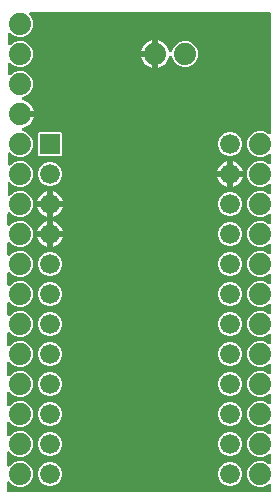
<source format=gbr>
G04 EAGLE Gerber RS-274X export*
G75*
%MOMM*%
%FSLAX34Y34*%
%LPD*%
%INBottom Copper*%
%IPPOS*%
%AMOC8*
5,1,8,0,0,1.08239X$1,22.5*%
G01*
%ADD10R,1.676400X1.676400*%
%ADD11C,1.676400*%
%ADD12C,1.879600*%

G36*
X223802Y10164D02*
X223802Y10164D01*
X223828Y10162D01*
X223975Y10184D01*
X224122Y10201D01*
X224147Y10209D01*
X224173Y10213D01*
X224311Y10268D01*
X224450Y10318D01*
X224472Y10332D01*
X224497Y10342D01*
X224618Y10427D01*
X224743Y10507D01*
X224761Y10526D01*
X224783Y10541D01*
X224882Y10651D01*
X224985Y10758D01*
X224999Y10780D01*
X225016Y10800D01*
X225088Y10930D01*
X225164Y11057D01*
X225172Y11082D01*
X225185Y11105D01*
X225225Y11248D01*
X225270Y11389D01*
X225272Y11415D01*
X225280Y11440D01*
X225299Y11684D01*
X225299Y15675D01*
X225288Y15775D01*
X225286Y15875D01*
X225268Y15947D01*
X225259Y16021D01*
X225226Y16116D01*
X225201Y16213D01*
X225167Y16279D01*
X225142Y16349D01*
X225087Y16433D01*
X225041Y16523D01*
X224993Y16579D01*
X224953Y16642D01*
X224881Y16712D01*
X224816Y16788D01*
X224756Y16832D01*
X224702Y16884D01*
X224616Y16936D01*
X224535Y16995D01*
X224467Y17025D01*
X224403Y17063D01*
X224308Y17093D01*
X224215Y17133D01*
X224142Y17147D01*
X224071Y17169D01*
X223971Y17177D01*
X223872Y17195D01*
X223798Y17191D01*
X223724Y17197D01*
X223624Y17182D01*
X223524Y17177D01*
X223453Y17156D01*
X223379Y17145D01*
X223286Y17108D01*
X223189Y17080D01*
X223124Y17044D01*
X223055Y17017D01*
X222973Y16959D01*
X222885Y16910D01*
X222809Y16845D01*
X222769Y16818D01*
X222745Y16791D01*
X222699Y16752D01*
X222087Y16140D01*
X218073Y14477D01*
X213727Y14477D01*
X209713Y16140D01*
X206640Y19213D01*
X204977Y23227D01*
X204977Y27573D01*
X206640Y31587D01*
X209713Y34660D01*
X213727Y36323D01*
X218073Y36323D01*
X222087Y34660D01*
X222699Y34048D01*
X222778Y33986D01*
X222850Y33916D01*
X222914Y33878D01*
X222972Y33832D01*
X223063Y33789D01*
X223149Y33737D01*
X223220Y33714D01*
X223287Y33683D01*
X223385Y33661D01*
X223481Y33631D01*
X223555Y33625D01*
X223628Y33609D01*
X223728Y33611D01*
X223828Y33603D01*
X223902Y33614D01*
X223976Y33615D01*
X224073Y33640D01*
X224173Y33655D01*
X224242Y33682D01*
X224314Y33700D01*
X224403Y33746D01*
X224497Y33783D01*
X224558Y33826D01*
X224624Y33860D01*
X224701Y33925D01*
X224783Y33982D01*
X224833Y34037D01*
X224889Y34086D01*
X224949Y34166D01*
X225016Y34241D01*
X225052Y34306D01*
X225097Y34366D01*
X225136Y34458D01*
X225185Y34546D01*
X225205Y34618D01*
X225235Y34686D01*
X225252Y34785D01*
X225280Y34881D01*
X225288Y34981D01*
X225296Y35029D01*
X225294Y35065D01*
X225299Y35125D01*
X225299Y41075D01*
X225288Y41175D01*
X225286Y41275D01*
X225268Y41347D01*
X225259Y41421D01*
X225226Y41516D01*
X225201Y41613D01*
X225167Y41679D01*
X225142Y41749D01*
X225087Y41833D01*
X225041Y41923D01*
X224993Y41979D01*
X224953Y42042D01*
X224881Y42112D01*
X224816Y42188D01*
X224756Y42232D01*
X224702Y42284D01*
X224616Y42336D01*
X224535Y42395D01*
X224467Y42425D01*
X224403Y42463D01*
X224308Y42493D01*
X224215Y42533D01*
X224142Y42547D01*
X224071Y42569D01*
X223971Y42577D01*
X223872Y42595D01*
X223798Y42591D01*
X223724Y42597D01*
X223624Y42582D01*
X223524Y42577D01*
X223453Y42556D01*
X223379Y42545D01*
X223286Y42508D01*
X223189Y42480D01*
X223124Y42444D01*
X223055Y42417D01*
X222973Y42359D01*
X222885Y42310D01*
X222809Y42245D01*
X222769Y42218D01*
X222745Y42191D01*
X222699Y42152D01*
X222087Y41540D01*
X218073Y39877D01*
X213727Y39877D01*
X209713Y41540D01*
X206640Y44613D01*
X204977Y48627D01*
X204977Y52973D01*
X206640Y56987D01*
X209713Y60060D01*
X213727Y61723D01*
X218073Y61723D01*
X222087Y60060D01*
X222699Y59448D01*
X222778Y59386D01*
X222850Y59316D01*
X222914Y59278D01*
X222972Y59232D01*
X223063Y59189D01*
X223149Y59137D01*
X223220Y59114D01*
X223287Y59083D01*
X223385Y59061D01*
X223481Y59031D01*
X223555Y59025D01*
X223628Y59009D01*
X223728Y59011D01*
X223828Y59003D01*
X223902Y59014D01*
X223976Y59015D01*
X224073Y59040D01*
X224173Y59055D01*
X224242Y59082D01*
X224314Y59100D01*
X224403Y59146D01*
X224497Y59183D01*
X224558Y59226D01*
X224624Y59260D01*
X224701Y59325D01*
X224783Y59382D01*
X224833Y59437D01*
X224889Y59486D01*
X224949Y59566D01*
X225016Y59641D01*
X225052Y59706D01*
X225097Y59766D01*
X225136Y59858D01*
X225185Y59946D01*
X225205Y60018D01*
X225235Y60086D01*
X225252Y60185D01*
X225280Y60281D01*
X225288Y60381D01*
X225296Y60429D01*
X225294Y60465D01*
X225299Y60525D01*
X225299Y66475D01*
X225288Y66575D01*
X225286Y66675D01*
X225268Y66747D01*
X225259Y66821D01*
X225226Y66916D01*
X225201Y67013D01*
X225167Y67079D01*
X225142Y67149D01*
X225087Y67233D01*
X225041Y67323D01*
X224993Y67379D01*
X224953Y67442D01*
X224881Y67512D01*
X224816Y67588D01*
X224756Y67632D01*
X224702Y67684D01*
X224616Y67736D01*
X224535Y67795D01*
X224467Y67825D01*
X224403Y67863D01*
X224308Y67893D01*
X224215Y67933D01*
X224142Y67947D01*
X224071Y67969D01*
X223971Y67977D01*
X223872Y67995D01*
X223798Y67991D01*
X223724Y67997D01*
X223624Y67982D01*
X223524Y67977D01*
X223453Y67956D01*
X223379Y67945D01*
X223286Y67908D01*
X223189Y67880D01*
X223124Y67844D01*
X223055Y67817D01*
X222973Y67759D01*
X222885Y67710D01*
X222809Y67645D01*
X222769Y67618D01*
X222745Y67591D01*
X222699Y67552D01*
X222087Y66940D01*
X218073Y65277D01*
X213727Y65277D01*
X209713Y66940D01*
X206640Y70013D01*
X204977Y74027D01*
X204977Y78373D01*
X206640Y82387D01*
X209713Y85460D01*
X213727Y87123D01*
X218073Y87123D01*
X222087Y85460D01*
X222699Y84848D01*
X222778Y84786D01*
X222850Y84716D01*
X222914Y84678D01*
X222972Y84632D01*
X223063Y84589D01*
X223149Y84537D01*
X223220Y84514D01*
X223287Y84483D01*
X223385Y84461D01*
X223481Y84431D01*
X223555Y84425D01*
X223628Y84409D01*
X223728Y84411D01*
X223828Y84403D01*
X223902Y84414D01*
X223976Y84415D01*
X224073Y84440D01*
X224173Y84455D01*
X224242Y84482D01*
X224314Y84500D01*
X224403Y84546D01*
X224497Y84583D01*
X224558Y84626D01*
X224624Y84660D01*
X224701Y84725D01*
X224783Y84782D01*
X224833Y84837D01*
X224889Y84886D01*
X224949Y84966D01*
X225016Y85041D01*
X225052Y85106D01*
X225097Y85166D01*
X225136Y85258D01*
X225185Y85346D01*
X225205Y85418D01*
X225235Y85486D01*
X225252Y85585D01*
X225280Y85681D01*
X225288Y85781D01*
X225296Y85829D01*
X225294Y85865D01*
X225299Y85925D01*
X225299Y91875D01*
X225288Y91975D01*
X225286Y92075D01*
X225268Y92147D01*
X225259Y92221D01*
X225226Y92316D01*
X225201Y92413D01*
X225167Y92479D01*
X225142Y92549D01*
X225087Y92633D01*
X225041Y92723D01*
X224993Y92779D01*
X224953Y92842D01*
X224881Y92912D01*
X224816Y92988D01*
X224756Y93032D01*
X224702Y93084D01*
X224616Y93136D01*
X224535Y93195D01*
X224467Y93225D01*
X224403Y93263D01*
X224308Y93293D01*
X224215Y93333D01*
X224142Y93347D01*
X224071Y93369D01*
X223971Y93377D01*
X223872Y93395D01*
X223798Y93391D01*
X223724Y93397D01*
X223624Y93382D01*
X223524Y93377D01*
X223453Y93356D01*
X223379Y93345D01*
X223286Y93308D01*
X223189Y93280D01*
X223124Y93244D01*
X223055Y93217D01*
X222973Y93159D01*
X222885Y93110D01*
X222809Y93045D01*
X222769Y93018D01*
X222745Y92991D01*
X222699Y92952D01*
X222087Y92340D01*
X218073Y90677D01*
X213727Y90677D01*
X209713Y92340D01*
X206640Y95413D01*
X204977Y99427D01*
X204977Y103773D01*
X206640Y107787D01*
X209713Y110860D01*
X213727Y112523D01*
X218073Y112523D01*
X222087Y110860D01*
X222699Y110248D01*
X222778Y110186D01*
X222850Y110116D01*
X222914Y110078D01*
X222972Y110032D01*
X223063Y109989D01*
X223149Y109937D01*
X223220Y109914D01*
X223287Y109883D01*
X223385Y109861D01*
X223481Y109831D01*
X223555Y109825D01*
X223628Y109809D01*
X223728Y109811D01*
X223828Y109803D01*
X223902Y109814D01*
X223976Y109815D01*
X224073Y109840D01*
X224173Y109855D01*
X224242Y109882D01*
X224314Y109900D01*
X224403Y109946D01*
X224497Y109983D01*
X224558Y110026D01*
X224624Y110060D01*
X224701Y110125D01*
X224783Y110182D01*
X224833Y110237D01*
X224889Y110286D01*
X224949Y110366D01*
X225016Y110441D01*
X225052Y110506D01*
X225097Y110566D01*
X225136Y110658D01*
X225185Y110746D01*
X225205Y110818D01*
X225235Y110886D01*
X225252Y110985D01*
X225280Y111081D01*
X225288Y111181D01*
X225296Y111229D01*
X225294Y111265D01*
X225299Y111325D01*
X225299Y117275D01*
X225288Y117375D01*
X225286Y117475D01*
X225268Y117547D01*
X225259Y117621D01*
X225226Y117716D01*
X225201Y117813D01*
X225167Y117879D01*
X225142Y117949D01*
X225087Y118033D01*
X225041Y118123D01*
X224993Y118179D01*
X224953Y118242D01*
X224881Y118312D01*
X224816Y118388D01*
X224756Y118432D01*
X224702Y118484D01*
X224616Y118536D01*
X224535Y118595D01*
X224467Y118625D01*
X224403Y118663D01*
X224308Y118693D01*
X224215Y118733D01*
X224142Y118747D01*
X224071Y118769D01*
X223971Y118777D01*
X223872Y118795D01*
X223798Y118791D01*
X223724Y118797D01*
X223624Y118782D01*
X223524Y118777D01*
X223453Y118756D01*
X223379Y118745D01*
X223286Y118708D01*
X223189Y118680D01*
X223124Y118644D01*
X223055Y118617D01*
X222973Y118559D01*
X222885Y118510D01*
X222809Y118445D01*
X222769Y118418D01*
X222745Y118391D01*
X222699Y118352D01*
X222087Y117740D01*
X218073Y116077D01*
X213727Y116077D01*
X209713Y117740D01*
X206640Y120813D01*
X204977Y124827D01*
X204977Y129173D01*
X206640Y133187D01*
X209713Y136260D01*
X213727Y137923D01*
X218073Y137923D01*
X222087Y136260D01*
X222699Y135648D01*
X222778Y135586D01*
X222850Y135516D01*
X222914Y135478D01*
X222972Y135432D01*
X223063Y135389D01*
X223149Y135337D01*
X223220Y135314D01*
X223287Y135283D01*
X223385Y135261D01*
X223481Y135231D01*
X223555Y135225D01*
X223628Y135209D01*
X223728Y135211D01*
X223828Y135203D01*
X223902Y135214D01*
X223976Y135215D01*
X224073Y135240D01*
X224173Y135255D01*
X224242Y135282D01*
X224314Y135300D01*
X224403Y135346D01*
X224497Y135383D01*
X224558Y135426D01*
X224624Y135460D01*
X224701Y135525D01*
X224783Y135582D01*
X224833Y135637D01*
X224889Y135686D01*
X224949Y135766D01*
X225016Y135841D01*
X225052Y135906D01*
X225097Y135966D01*
X225136Y136058D01*
X225185Y136146D01*
X225205Y136218D01*
X225235Y136286D01*
X225252Y136385D01*
X225280Y136481D01*
X225288Y136581D01*
X225296Y136629D01*
X225294Y136665D01*
X225299Y136725D01*
X225299Y142675D01*
X225288Y142775D01*
X225286Y142875D01*
X225268Y142947D01*
X225259Y143021D01*
X225226Y143116D01*
X225201Y143213D01*
X225167Y143279D01*
X225142Y143349D01*
X225087Y143433D01*
X225041Y143523D01*
X224993Y143579D01*
X224953Y143642D01*
X224881Y143712D01*
X224816Y143788D01*
X224756Y143832D01*
X224702Y143884D01*
X224616Y143936D01*
X224535Y143995D01*
X224467Y144025D01*
X224403Y144063D01*
X224308Y144093D01*
X224215Y144133D01*
X224142Y144147D01*
X224071Y144169D01*
X223971Y144177D01*
X223872Y144195D01*
X223798Y144191D01*
X223724Y144197D01*
X223624Y144182D01*
X223524Y144177D01*
X223453Y144156D01*
X223379Y144145D01*
X223286Y144108D01*
X223189Y144080D01*
X223124Y144044D01*
X223055Y144017D01*
X222973Y143959D01*
X222885Y143910D01*
X222809Y143845D01*
X222769Y143818D01*
X222745Y143791D01*
X222699Y143752D01*
X222087Y143140D01*
X218073Y141477D01*
X213727Y141477D01*
X209713Y143140D01*
X206640Y146213D01*
X204977Y150227D01*
X204977Y154573D01*
X206640Y158587D01*
X209713Y161660D01*
X213727Y163323D01*
X218073Y163323D01*
X222087Y161660D01*
X222699Y161048D01*
X222778Y160986D01*
X222850Y160916D01*
X222914Y160878D01*
X222972Y160832D01*
X223063Y160789D01*
X223149Y160737D01*
X223220Y160714D01*
X223287Y160683D01*
X223385Y160661D01*
X223481Y160631D01*
X223555Y160625D01*
X223628Y160609D01*
X223728Y160611D01*
X223828Y160603D01*
X223902Y160614D01*
X223976Y160615D01*
X224073Y160640D01*
X224173Y160655D01*
X224242Y160682D01*
X224314Y160700D01*
X224403Y160746D01*
X224497Y160783D01*
X224558Y160826D01*
X224624Y160860D01*
X224701Y160925D01*
X224783Y160982D01*
X224833Y161037D01*
X224889Y161086D01*
X224949Y161166D01*
X225016Y161241D01*
X225052Y161306D01*
X225097Y161366D01*
X225136Y161458D01*
X225185Y161546D01*
X225205Y161618D01*
X225235Y161686D01*
X225252Y161785D01*
X225280Y161881D01*
X225288Y161981D01*
X225296Y162029D01*
X225294Y162065D01*
X225299Y162125D01*
X225299Y168075D01*
X225288Y168175D01*
X225286Y168275D01*
X225268Y168347D01*
X225259Y168421D01*
X225226Y168516D01*
X225201Y168613D01*
X225167Y168679D01*
X225142Y168749D01*
X225087Y168833D01*
X225041Y168923D01*
X224993Y168979D01*
X224953Y169042D01*
X224881Y169112D01*
X224816Y169188D01*
X224756Y169232D01*
X224702Y169284D01*
X224616Y169336D01*
X224535Y169395D01*
X224467Y169425D01*
X224403Y169463D01*
X224308Y169493D01*
X224215Y169533D01*
X224142Y169547D01*
X224071Y169569D01*
X223971Y169577D01*
X223872Y169595D01*
X223798Y169591D01*
X223724Y169597D01*
X223624Y169582D01*
X223524Y169577D01*
X223453Y169556D01*
X223379Y169545D01*
X223286Y169508D01*
X223189Y169480D01*
X223124Y169444D01*
X223055Y169417D01*
X222973Y169359D01*
X222885Y169310D01*
X222809Y169245D01*
X222769Y169218D01*
X222745Y169191D01*
X222699Y169152D01*
X222087Y168540D01*
X218073Y166877D01*
X213727Y166877D01*
X209713Y168540D01*
X206640Y171613D01*
X204977Y175627D01*
X204977Y179973D01*
X206640Y183987D01*
X209713Y187060D01*
X213727Y188723D01*
X218073Y188723D01*
X222087Y187060D01*
X222699Y186448D01*
X222778Y186386D01*
X222850Y186316D01*
X222914Y186278D01*
X222972Y186232D01*
X223063Y186189D01*
X223149Y186137D01*
X223220Y186114D01*
X223287Y186083D01*
X223385Y186061D01*
X223481Y186031D01*
X223555Y186025D01*
X223628Y186009D01*
X223728Y186011D01*
X223828Y186003D01*
X223902Y186014D01*
X223976Y186015D01*
X224073Y186040D01*
X224173Y186055D01*
X224242Y186082D01*
X224314Y186100D01*
X224403Y186146D01*
X224497Y186183D01*
X224558Y186226D01*
X224624Y186260D01*
X224701Y186325D01*
X224783Y186382D01*
X224833Y186437D01*
X224889Y186486D01*
X224949Y186566D01*
X225016Y186641D01*
X225052Y186706D01*
X225097Y186766D01*
X225136Y186858D01*
X225185Y186946D01*
X225205Y187018D01*
X225235Y187086D01*
X225252Y187185D01*
X225280Y187281D01*
X225288Y187381D01*
X225296Y187429D01*
X225294Y187465D01*
X225299Y187525D01*
X225299Y193475D01*
X225288Y193575D01*
X225286Y193675D01*
X225268Y193747D01*
X225259Y193821D01*
X225226Y193916D01*
X225201Y194013D01*
X225167Y194079D01*
X225142Y194149D01*
X225087Y194233D01*
X225041Y194323D01*
X224993Y194379D01*
X224953Y194442D01*
X224881Y194512D01*
X224816Y194588D01*
X224756Y194632D01*
X224702Y194684D01*
X224616Y194736D01*
X224535Y194795D01*
X224467Y194825D01*
X224403Y194863D01*
X224308Y194893D01*
X224215Y194933D01*
X224142Y194947D01*
X224071Y194969D01*
X223971Y194977D01*
X223872Y194995D01*
X223798Y194991D01*
X223724Y194997D01*
X223624Y194982D01*
X223524Y194977D01*
X223453Y194956D01*
X223379Y194945D01*
X223286Y194908D01*
X223189Y194880D01*
X223124Y194844D01*
X223055Y194817D01*
X222973Y194759D01*
X222885Y194710D01*
X222809Y194645D01*
X222769Y194618D01*
X222745Y194591D01*
X222699Y194552D01*
X222087Y193940D01*
X218073Y192277D01*
X213727Y192277D01*
X209713Y193940D01*
X206640Y197013D01*
X204977Y201027D01*
X204977Y205373D01*
X206640Y209387D01*
X209713Y212460D01*
X213727Y214123D01*
X218073Y214123D01*
X222087Y212460D01*
X222699Y211848D01*
X222778Y211786D01*
X222850Y211716D01*
X222914Y211678D01*
X222972Y211632D01*
X223063Y211589D01*
X223149Y211537D01*
X223220Y211514D01*
X223287Y211483D01*
X223385Y211461D01*
X223481Y211431D01*
X223555Y211425D01*
X223628Y211409D01*
X223728Y211411D01*
X223828Y211403D01*
X223902Y211414D01*
X223976Y211415D01*
X224073Y211440D01*
X224173Y211455D01*
X224242Y211482D01*
X224314Y211500D01*
X224403Y211546D01*
X224497Y211583D01*
X224558Y211626D01*
X224624Y211660D01*
X224701Y211725D01*
X224783Y211782D01*
X224833Y211837D01*
X224889Y211886D01*
X224949Y211966D01*
X225016Y212041D01*
X225052Y212106D01*
X225097Y212166D01*
X225136Y212258D01*
X225185Y212346D01*
X225205Y212418D01*
X225235Y212486D01*
X225252Y212585D01*
X225280Y212681D01*
X225288Y212781D01*
X225296Y212829D01*
X225294Y212865D01*
X225299Y212925D01*
X225299Y218875D01*
X225298Y218889D01*
X225298Y218898D01*
X225291Y218950D01*
X225288Y218975D01*
X225286Y219075D01*
X225268Y219147D01*
X225259Y219221D01*
X225226Y219316D01*
X225201Y219413D01*
X225167Y219479D01*
X225142Y219549D01*
X225087Y219633D01*
X225041Y219723D01*
X224993Y219779D01*
X224953Y219842D01*
X224881Y219912D01*
X224816Y219988D01*
X224756Y220032D01*
X224702Y220084D01*
X224616Y220136D01*
X224535Y220195D01*
X224467Y220225D01*
X224403Y220263D01*
X224308Y220293D01*
X224215Y220333D01*
X224142Y220347D01*
X224071Y220369D01*
X223971Y220377D01*
X223872Y220395D01*
X223798Y220391D01*
X223724Y220397D01*
X223624Y220382D01*
X223524Y220377D01*
X223453Y220356D01*
X223379Y220345D01*
X223286Y220308D01*
X223189Y220280D01*
X223124Y220244D01*
X223055Y220217D01*
X222973Y220159D01*
X222885Y220110D01*
X222809Y220045D01*
X222769Y220018D01*
X222745Y219991D01*
X222699Y219952D01*
X222087Y219340D01*
X218073Y217677D01*
X213727Y217677D01*
X209713Y219340D01*
X206640Y222413D01*
X204977Y226427D01*
X204977Y230773D01*
X206640Y234787D01*
X209713Y237860D01*
X213727Y239523D01*
X218073Y239523D01*
X222087Y237860D01*
X222699Y237248D01*
X222778Y237186D01*
X222850Y237116D01*
X222914Y237078D01*
X222972Y237032D01*
X223063Y236989D01*
X223149Y236937D01*
X223220Y236914D01*
X223287Y236883D01*
X223385Y236861D01*
X223481Y236831D01*
X223555Y236825D01*
X223628Y236809D01*
X223728Y236811D01*
X223828Y236803D01*
X223902Y236814D01*
X223976Y236815D01*
X224073Y236840D01*
X224173Y236855D01*
X224242Y236882D01*
X224314Y236900D01*
X224403Y236946D01*
X224497Y236983D01*
X224558Y237026D01*
X224624Y237060D01*
X224701Y237125D01*
X224783Y237182D01*
X224833Y237237D01*
X224889Y237286D01*
X224949Y237366D01*
X225016Y237441D01*
X225052Y237506D01*
X225097Y237566D01*
X225136Y237658D01*
X225185Y237746D01*
X225205Y237818D01*
X225235Y237886D01*
X225252Y237985D01*
X225280Y238081D01*
X225288Y238181D01*
X225296Y238229D01*
X225294Y238265D01*
X225299Y238325D01*
X225299Y244275D01*
X225288Y244375D01*
X225286Y244475D01*
X225268Y244547D01*
X225259Y244621D01*
X225226Y244716D01*
X225201Y244813D01*
X225167Y244879D01*
X225142Y244949D01*
X225087Y245033D01*
X225041Y245123D01*
X224993Y245179D01*
X224953Y245242D01*
X224881Y245312D01*
X224816Y245388D01*
X224756Y245432D01*
X224702Y245484D01*
X224616Y245536D01*
X224535Y245595D01*
X224467Y245625D01*
X224403Y245663D01*
X224308Y245693D01*
X224215Y245733D01*
X224142Y245747D01*
X224071Y245769D01*
X223971Y245777D01*
X223872Y245795D01*
X223798Y245791D01*
X223724Y245797D01*
X223624Y245782D01*
X223524Y245777D01*
X223453Y245756D01*
X223379Y245745D01*
X223286Y245708D01*
X223189Y245680D01*
X223124Y245644D01*
X223055Y245617D01*
X222973Y245559D01*
X222885Y245510D01*
X222809Y245445D01*
X222769Y245418D01*
X222745Y245391D01*
X222699Y245352D01*
X222087Y244740D01*
X218073Y243077D01*
X213727Y243077D01*
X209713Y244740D01*
X206640Y247813D01*
X204977Y251827D01*
X204977Y256173D01*
X206640Y260187D01*
X209713Y263260D01*
X213727Y264923D01*
X218073Y264923D01*
X222087Y263260D01*
X222699Y262648D01*
X222778Y262586D01*
X222850Y262516D01*
X222914Y262478D01*
X222972Y262432D01*
X223063Y262389D01*
X223149Y262337D01*
X223220Y262314D01*
X223287Y262283D01*
X223385Y262261D01*
X223481Y262231D01*
X223555Y262225D01*
X223628Y262209D01*
X223728Y262211D01*
X223828Y262203D01*
X223902Y262214D01*
X223976Y262215D01*
X224073Y262240D01*
X224173Y262255D01*
X224242Y262282D01*
X224314Y262300D01*
X224403Y262346D01*
X224497Y262383D01*
X224558Y262426D01*
X224624Y262460D01*
X224701Y262525D01*
X224783Y262582D01*
X224833Y262637D01*
X224889Y262686D01*
X224949Y262766D01*
X225016Y262841D01*
X225052Y262906D01*
X225097Y262966D01*
X225136Y263058D01*
X225185Y263146D01*
X225205Y263218D01*
X225235Y263286D01*
X225252Y263385D01*
X225280Y263481D01*
X225288Y263581D01*
X225296Y263629D01*
X225294Y263665D01*
X225299Y263725D01*
X225299Y269675D01*
X225288Y269775D01*
X225286Y269875D01*
X225268Y269947D01*
X225259Y270021D01*
X225226Y270116D01*
X225201Y270213D01*
X225167Y270279D01*
X225142Y270349D01*
X225087Y270433D01*
X225041Y270523D01*
X224993Y270579D01*
X224953Y270642D01*
X224881Y270712D01*
X224816Y270788D01*
X224756Y270832D01*
X224702Y270884D01*
X224616Y270936D01*
X224535Y270995D01*
X224467Y271025D01*
X224403Y271063D01*
X224308Y271093D01*
X224215Y271133D01*
X224142Y271147D01*
X224071Y271169D01*
X223971Y271177D01*
X223872Y271195D01*
X223798Y271191D01*
X223724Y271197D01*
X223624Y271182D01*
X223524Y271177D01*
X223453Y271156D01*
X223379Y271145D01*
X223286Y271108D01*
X223189Y271080D01*
X223124Y271044D01*
X223055Y271017D01*
X222973Y270959D01*
X222885Y270910D01*
X222809Y270845D01*
X222769Y270818D01*
X222745Y270791D01*
X222699Y270752D01*
X222087Y270140D01*
X218073Y268477D01*
X213727Y268477D01*
X209713Y270140D01*
X206640Y273213D01*
X204977Y277227D01*
X204977Y281573D01*
X206640Y285587D01*
X209713Y288660D01*
X213727Y290323D01*
X218073Y290323D01*
X222087Y288660D01*
X222699Y288048D01*
X222778Y287986D01*
X222850Y287916D01*
X222914Y287878D01*
X222972Y287832D01*
X223063Y287789D01*
X223149Y287737D01*
X223220Y287714D01*
X223287Y287683D01*
X223385Y287661D01*
X223481Y287631D01*
X223555Y287625D01*
X223628Y287609D01*
X223728Y287611D01*
X223828Y287603D01*
X223902Y287614D01*
X223976Y287615D01*
X224073Y287640D01*
X224173Y287655D01*
X224242Y287682D01*
X224314Y287700D01*
X224403Y287746D01*
X224497Y287783D01*
X224558Y287826D01*
X224624Y287860D01*
X224701Y287925D01*
X224783Y287982D01*
X224833Y288037D01*
X224889Y288086D01*
X224949Y288166D01*
X225016Y288241D01*
X225052Y288306D01*
X225097Y288366D01*
X225136Y288458D01*
X225185Y288546D01*
X225205Y288618D01*
X225235Y288686D01*
X225252Y288785D01*
X225280Y288881D01*
X225288Y288981D01*
X225296Y289029D01*
X225294Y289065D01*
X225299Y289125D01*
X225299Y295075D01*
X225288Y295175D01*
X225286Y295275D01*
X225268Y295347D01*
X225259Y295421D01*
X225226Y295516D01*
X225201Y295613D01*
X225167Y295679D01*
X225142Y295749D01*
X225087Y295833D01*
X225041Y295923D01*
X224993Y295979D01*
X224953Y296042D01*
X224881Y296112D01*
X224816Y296188D01*
X224756Y296232D01*
X224702Y296284D01*
X224616Y296336D01*
X224535Y296395D01*
X224467Y296425D01*
X224403Y296463D01*
X224308Y296493D01*
X224215Y296533D01*
X224142Y296547D01*
X224071Y296569D01*
X223971Y296577D01*
X223872Y296595D01*
X223798Y296591D01*
X223724Y296597D01*
X223624Y296582D01*
X223524Y296577D01*
X223453Y296556D01*
X223379Y296545D01*
X223286Y296508D01*
X223189Y296480D01*
X223124Y296444D01*
X223055Y296417D01*
X222973Y296359D01*
X222885Y296310D01*
X222809Y296245D01*
X222769Y296218D01*
X222745Y296191D01*
X222699Y296152D01*
X222087Y295540D01*
X218073Y293877D01*
X213727Y293877D01*
X209713Y295540D01*
X206640Y298613D01*
X204977Y302627D01*
X204977Y306973D01*
X206640Y310987D01*
X209713Y314060D01*
X213727Y315723D01*
X218073Y315723D01*
X222087Y314060D01*
X222699Y313448D01*
X222778Y313386D01*
X222850Y313316D01*
X222914Y313278D01*
X222972Y313232D01*
X223063Y313189D01*
X223149Y313137D01*
X223220Y313114D01*
X223287Y313083D01*
X223385Y313061D01*
X223481Y313031D01*
X223555Y313025D01*
X223628Y313009D01*
X223728Y313011D01*
X223828Y313003D01*
X223902Y313014D01*
X223976Y313015D01*
X224073Y313040D01*
X224173Y313055D01*
X224242Y313082D01*
X224314Y313100D01*
X224403Y313146D01*
X224497Y313183D01*
X224558Y313226D01*
X224624Y313260D01*
X224701Y313325D01*
X224783Y313382D01*
X224833Y313437D01*
X224889Y313486D01*
X224949Y313566D01*
X225016Y313641D01*
X225052Y313706D01*
X225097Y313766D01*
X225136Y313858D01*
X225185Y313946D01*
X225205Y314018D01*
X225235Y314086D01*
X225252Y314185D01*
X225280Y314281D01*
X225288Y314381D01*
X225296Y314429D01*
X225294Y314465D01*
X225299Y314525D01*
X225299Y414936D01*
X225296Y414962D01*
X225298Y414988D01*
X225276Y415135D01*
X225259Y415282D01*
X225251Y415307D01*
X225247Y415333D01*
X225192Y415471D01*
X225142Y415610D01*
X225128Y415632D01*
X225118Y415657D01*
X225033Y415778D01*
X224953Y415903D01*
X224934Y415921D01*
X224919Y415943D01*
X224809Y416042D01*
X224702Y416145D01*
X224680Y416159D01*
X224660Y416176D01*
X224530Y416248D01*
X224403Y416324D01*
X224378Y416332D01*
X224355Y416345D01*
X224212Y416385D01*
X224071Y416430D01*
X224045Y416432D01*
X224020Y416440D01*
X223776Y416459D01*
X21765Y416459D01*
X21665Y416448D01*
X21565Y416446D01*
X21493Y416428D01*
X21419Y416419D01*
X21325Y416386D01*
X21227Y416361D01*
X21161Y416327D01*
X21091Y416302D01*
X21007Y416247D01*
X20917Y416201D01*
X20861Y416153D01*
X20798Y416113D01*
X20728Y416041D01*
X20652Y415976D01*
X20608Y415916D01*
X20556Y415862D01*
X20504Y415776D01*
X20445Y415695D01*
X20415Y415627D01*
X20377Y415563D01*
X20346Y415467D01*
X20307Y415375D01*
X20294Y415302D01*
X20271Y415231D01*
X20263Y415131D01*
X20245Y415032D01*
X20249Y414958D01*
X20243Y414884D01*
X20258Y414784D01*
X20263Y414684D01*
X20284Y414613D01*
X20295Y414539D01*
X20332Y414446D01*
X20359Y414349D01*
X20396Y414284D01*
X20423Y414215D01*
X20481Y414133D01*
X20530Y414045D01*
X20595Y413969D01*
X20622Y413929D01*
X20649Y413905D01*
X20688Y413859D01*
X21960Y412587D01*
X23623Y408573D01*
X23623Y404227D01*
X21960Y400213D01*
X18887Y397140D01*
X14873Y395477D01*
X10527Y395477D01*
X6513Y397140D01*
X5054Y398598D01*
X4978Y398659D01*
X4907Y398728D01*
X4842Y398767D01*
X4781Y398815D01*
X4693Y398857D01*
X4609Y398908D01*
X4536Y398931D01*
X4466Y398964D01*
X4371Y398985D01*
X4277Y399015D01*
X4200Y399021D01*
X4126Y399037D01*
X4028Y399036D01*
X3930Y399044D01*
X3854Y399033D01*
X3777Y399031D01*
X3682Y399007D01*
X3585Y398993D01*
X3514Y398965D01*
X3439Y398946D01*
X3352Y398901D01*
X3261Y398865D01*
X3198Y398822D01*
X3129Y398787D01*
X3055Y398723D01*
X2974Y398667D01*
X2922Y398611D01*
X2864Y398561D01*
X2806Y398482D01*
X2740Y398409D01*
X2702Y398342D01*
X2657Y398281D01*
X2618Y398191D01*
X2570Y398105D01*
X2549Y398031D01*
X2519Y397961D01*
X2501Y397864D01*
X2475Y397770D01*
X2466Y397666D01*
X2457Y397618D01*
X2459Y397583D01*
X2454Y397526D01*
X2431Y389860D01*
X2443Y389758D01*
X2445Y389656D01*
X2462Y389586D01*
X2470Y389514D01*
X2505Y389417D01*
X2530Y389318D01*
X2563Y389254D01*
X2587Y389186D01*
X2642Y389099D01*
X2689Y389008D01*
X2736Y388953D01*
X2775Y388892D01*
X2848Y388821D01*
X2915Y388742D01*
X2973Y388700D01*
X3025Y388649D01*
X3113Y388596D01*
X3195Y388535D01*
X3261Y388507D01*
X3323Y388470D01*
X3421Y388438D01*
X3515Y388397D01*
X3586Y388385D01*
X3655Y388362D01*
X3757Y388354D01*
X3858Y388336D01*
X3930Y388339D01*
X4002Y388333D01*
X4104Y388348D01*
X4206Y388354D01*
X4276Y388374D01*
X4347Y388384D01*
X4443Y388422D01*
X4541Y388450D01*
X4604Y388485D01*
X4671Y388512D01*
X4756Y388570D01*
X4845Y388620D01*
X4919Y388683D01*
X4958Y388710D01*
X4983Y388737D01*
X5032Y388779D01*
X6513Y390260D01*
X10527Y391923D01*
X14873Y391923D01*
X18887Y390260D01*
X21960Y387187D01*
X23623Y383173D01*
X23623Y378827D01*
X21960Y374813D01*
X18887Y371740D01*
X14873Y370077D01*
X10527Y370077D01*
X6513Y371740D01*
X4979Y373274D01*
X4902Y373335D01*
X4832Y373403D01*
X4766Y373443D01*
X4706Y373490D01*
X4617Y373532D01*
X4533Y373583D01*
X4460Y373607D01*
X4391Y373639D01*
X4295Y373660D01*
X4202Y373690D01*
X4125Y373697D01*
X4050Y373713D01*
X3952Y373711D01*
X3854Y373719D01*
X3778Y373708D01*
X3702Y373707D01*
X3607Y373683D01*
X3510Y373669D01*
X3438Y373640D01*
X3364Y373622D01*
X3277Y373577D01*
X3185Y373541D01*
X3122Y373497D01*
X3054Y373462D01*
X2979Y373399D01*
X2899Y373343D01*
X2847Y373286D01*
X2789Y373236D01*
X2730Y373157D01*
X2664Y373085D01*
X2627Y373018D01*
X2581Y372956D01*
X2543Y372866D01*
X2495Y372780D01*
X2474Y372706D01*
X2443Y372636D01*
X2426Y372539D01*
X2399Y372445D01*
X2390Y372341D01*
X2382Y372293D01*
X2384Y372259D01*
X2379Y372201D01*
X2355Y364385D01*
X2367Y364282D01*
X2369Y364180D01*
X2386Y364110D01*
X2394Y364038D01*
X2429Y363941D01*
X2454Y363842D01*
X2487Y363778D01*
X2511Y363710D01*
X2566Y363623D01*
X2613Y363532D01*
X2660Y363477D01*
X2699Y363416D01*
X2773Y363345D01*
X2839Y363267D01*
X2897Y363224D01*
X2949Y363173D01*
X3037Y363121D01*
X3119Y363059D01*
X3186Y363031D01*
X3247Y362994D01*
X3345Y362962D01*
X3439Y362921D01*
X3510Y362909D01*
X3579Y362887D01*
X3681Y362878D01*
X3782Y362860D01*
X3855Y362864D01*
X3926Y362858D01*
X4028Y362872D01*
X4131Y362878D01*
X4200Y362898D01*
X4271Y362908D01*
X4367Y362946D01*
X4465Y362974D01*
X4528Y363009D01*
X4595Y363036D01*
X4680Y363094D01*
X4770Y363144D01*
X4843Y363207D01*
X4882Y363234D01*
X4907Y363261D01*
X4956Y363303D01*
X6513Y364860D01*
X10527Y366523D01*
X14873Y366523D01*
X18887Y364860D01*
X21960Y361787D01*
X23623Y357773D01*
X23623Y353427D01*
X21960Y349413D01*
X18887Y346340D01*
X15088Y344767D01*
X14996Y344715D01*
X14900Y344673D01*
X14844Y344631D01*
X14784Y344597D01*
X14706Y344526D01*
X14622Y344463D01*
X14577Y344410D01*
X14525Y344363D01*
X14465Y344276D01*
X14398Y344196D01*
X14367Y344134D01*
X14327Y344076D01*
X14289Y343978D01*
X14241Y343885D01*
X14225Y343817D01*
X14199Y343752D01*
X14184Y343648D01*
X14159Y343546D01*
X14159Y343476D01*
X14149Y343407D01*
X14157Y343302D01*
X14156Y343197D01*
X14172Y343129D01*
X14177Y343060D01*
X14210Y342960D01*
X14233Y342857D01*
X14263Y342795D01*
X14285Y342728D01*
X14339Y342638D01*
X14385Y342544D01*
X14428Y342489D01*
X14464Y342430D01*
X14538Y342354D01*
X14604Y342273D01*
X14658Y342230D01*
X14707Y342180D01*
X14796Y342123D01*
X14879Y342058D01*
X14942Y342029D01*
X15000Y341992D01*
X15099Y341956D01*
X15195Y341912D01*
X15285Y341890D01*
X15329Y341875D01*
X15367Y341871D01*
X15433Y341855D01*
X15496Y341845D01*
X17283Y341264D01*
X18958Y340411D01*
X20478Y339306D01*
X21806Y337978D01*
X22911Y336457D01*
X23764Y334783D01*
X24345Y332996D01*
X24385Y332739D01*
X13716Y332739D01*
X13690Y332736D01*
X13664Y332738D01*
X13517Y332716D01*
X13370Y332699D01*
X13345Y332691D01*
X13319Y332687D01*
X13182Y332632D01*
X13042Y332582D01*
X13020Y332568D01*
X12995Y332558D01*
X12874Y332473D01*
X12749Y332393D01*
X12731Y332374D01*
X12709Y332359D01*
X12610Y332249D01*
X12507Y332142D01*
X12493Y332120D01*
X12476Y332100D01*
X12404Y331970D01*
X12328Y331843D01*
X12320Y331818D01*
X12307Y331795D01*
X12267Y331652D01*
X12222Y331511D01*
X12220Y331485D01*
X12213Y331460D01*
X12193Y331216D01*
X12193Y329184D01*
X12196Y329158D01*
X12194Y329132D01*
X12216Y328985D01*
X12233Y328838D01*
X12242Y328813D01*
X12246Y328787D01*
X12300Y328649D01*
X12350Y328510D01*
X12365Y328488D01*
X12374Y328463D01*
X12459Y328342D01*
X12539Y328217D01*
X12558Y328199D01*
X12573Y328177D01*
X12683Y328078D01*
X12790Y327975D01*
X12813Y327961D01*
X12832Y327944D01*
X12962Y327872D01*
X13089Y327796D01*
X13114Y327788D01*
X13137Y327775D01*
X13280Y327735D01*
X13421Y327690D01*
X13447Y327687D01*
X13472Y327680D01*
X13716Y327661D01*
X24385Y327661D01*
X24345Y327404D01*
X23764Y325617D01*
X22911Y323943D01*
X21806Y322422D01*
X20478Y321094D01*
X18957Y319989D01*
X17283Y319136D01*
X15496Y318555D01*
X15433Y318545D01*
X15331Y318517D01*
X15228Y318498D01*
X15164Y318470D01*
X15097Y318452D01*
X15005Y318401D01*
X14908Y318359D01*
X14852Y318318D01*
X14791Y318284D01*
X14713Y318214D01*
X14629Y318151D01*
X14584Y318098D01*
X14532Y318052D01*
X14471Y317966D01*
X14403Y317885D01*
X14372Y317823D01*
X14332Y317766D01*
X14293Y317669D01*
X14245Y317575D01*
X14228Y317508D01*
X14202Y317443D01*
X14186Y317339D01*
X14160Y317237D01*
X14159Y317167D01*
X14149Y317099D01*
X14157Y316994D01*
X14155Y316888D01*
X14170Y316820D01*
X14176Y316751D01*
X14207Y316651D01*
X14230Y316548D01*
X14260Y316485D01*
X14281Y316419D01*
X14334Y316328D01*
X14379Y316233D01*
X14423Y316179D01*
X14458Y316119D01*
X14531Y316043D01*
X14597Y315961D01*
X14651Y315918D01*
X14700Y315867D01*
X14788Y315810D01*
X14870Y315745D01*
X14953Y315703D01*
X14992Y315677D01*
X15028Y315664D01*
X15088Y315633D01*
X18887Y314060D01*
X21960Y310987D01*
X23623Y306973D01*
X23623Y302627D01*
X21960Y298613D01*
X18887Y295540D01*
X14873Y293877D01*
X10527Y293877D01*
X6513Y295540D01*
X4753Y297300D01*
X4676Y297361D01*
X4606Y297429D01*
X4540Y297469D01*
X4480Y297517D01*
X4391Y297559D01*
X4307Y297609D01*
X4234Y297633D01*
X4165Y297666D01*
X4069Y297686D01*
X3975Y297716D01*
X3899Y297723D01*
X3824Y297739D01*
X3726Y297737D01*
X3628Y297745D01*
X3552Y297734D01*
X3476Y297733D01*
X3381Y297709D01*
X3283Y297695D01*
X3212Y297667D01*
X3138Y297648D01*
X3051Y297603D01*
X2959Y297567D01*
X2896Y297523D01*
X2828Y297488D01*
X2753Y297425D01*
X2672Y297369D01*
X2621Y297312D01*
X2562Y297262D01*
X2504Y297184D01*
X2438Y297111D01*
X2401Y297044D01*
X2355Y296982D01*
X2316Y296892D01*
X2269Y296806D01*
X2248Y296732D01*
X2217Y296662D01*
X2200Y296566D01*
X2173Y296471D01*
X2164Y296367D01*
X2156Y296319D01*
X2157Y296285D01*
X2153Y296227D01*
X2128Y287957D01*
X2139Y287855D01*
X2141Y287752D01*
X2159Y287682D01*
X2167Y287611D01*
X2201Y287514D01*
X2226Y287414D01*
X2259Y287350D01*
X2283Y287282D01*
X2339Y287196D01*
X2386Y287105D01*
X2433Y287050D01*
X2472Y286989D01*
X2545Y286917D01*
X2612Y286839D01*
X2670Y286796D01*
X2721Y286746D01*
X2809Y286693D01*
X2892Y286632D01*
X2958Y286603D01*
X3020Y286566D01*
X3118Y286535D01*
X3212Y286494D01*
X3283Y286481D01*
X3352Y286459D01*
X3454Y286450D01*
X3555Y286432D01*
X3627Y286436D01*
X3699Y286430D01*
X3800Y286445D01*
X3903Y286450D01*
X3972Y286470D01*
X4044Y286481D01*
X4139Y286518D01*
X4238Y286547D01*
X4301Y286582D01*
X4368Y286608D01*
X4452Y286667D01*
X4542Y286717D01*
X4616Y286780D01*
X4655Y286806D01*
X4680Y286834D01*
X4728Y286875D01*
X6513Y288660D01*
X10527Y290323D01*
X14873Y290323D01*
X18887Y288660D01*
X21960Y285587D01*
X23623Y281573D01*
X23623Y277227D01*
X21960Y273213D01*
X18887Y270140D01*
X14873Y268477D01*
X10527Y268477D01*
X6513Y270140D01*
X4678Y271975D01*
X4601Y272036D01*
X4530Y272105D01*
X4465Y272144D01*
X4405Y272192D01*
X4316Y272234D01*
X4232Y272285D01*
X4159Y272308D01*
X4089Y272341D01*
X3994Y272362D01*
X3900Y272392D01*
X3824Y272398D01*
X3749Y272414D01*
X3651Y272413D01*
X3553Y272421D01*
X3477Y272410D01*
X3400Y272408D01*
X3305Y272384D01*
X3208Y272370D01*
X3137Y272342D01*
X3062Y272323D01*
X2975Y272278D01*
X2884Y272242D01*
X2821Y272199D01*
X2752Y272164D01*
X2678Y272100D01*
X2597Y272044D01*
X2546Y271988D01*
X2487Y271938D01*
X2429Y271859D01*
X2363Y271786D01*
X2326Y271719D01*
X2280Y271658D01*
X2241Y271567D01*
X2193Y271482D01*
X2172Y271408D01*
X2142Y271338D01*
X2125Y271241D01*
X2098Y271147D01*
X2089Y271043D01*
X2080Y270995D01*
X2082Y270960D01*
X2077Y270903D01*
X2052Y262481D01*
X2064Y262379D01*
X2065Y262276D01*
X2083Y262207D01*
X2091Y262135D01*
X2125Y262038D01*
X2150Y261938D01*
X2183Y261874D01*
X2208Y261806D01*
X2263Y261720D01*
X2310Y261629D01*
X2357Y261574D01*
X2396Y261513D01*
X2469Y261441D01*
X2536Y261363D01*
X2594Y261320D01*
X2646Y261270D01*
X2734Y261217D01*
X2816Y261156D01*
X2882Y261128D01*
X2944Y261090D01*
X3042Y261059D01*
X3136Y261018D01*
X3207Y261005D01*
X3276Y260983D01*
X3378Y260975D01*
X3479Y260956D01*
X3551Y260960D01*
X3623Y260954D01*
X3725Y260969D01*
X3827Y260974D01*
X3897Y260994D01*
X3968Y261005D01*
X4063Y261042D01*
X4162Y261071D01*
X4225Y261106D01*
X4292Y261133D01*
X4377Y261191D01*
X4466Y261241D01*
X4540Y261304D01*
X4579Y261331D01*
X4604Y261358D01*
X4652Y261400D01*
X6513Y263260D01*
X10527Y264923D01*
X14873Y264923D01*
X18887Y263260D01*
X21960Y260187D01*
X23623Y256173D01*
X23623Y251827D01*
X21960Y247813D01*
X18887Y244740D01*
X14873Y243077D01*
X10527Y243077D01*
X6513Y244740D01*
X4602Y246651D01*
X4525Y246712D01*
X4455Y246780D01*
X4389Y246820D01*
X4329Y246867D01*
X4240Y246909D01*
X4156Y246960D01*
X4083Y246984D01*
X4014Y247016D01*
X3918Y247037D01*
X3825Y247067D01*
X3748Y247074D01*
X3673Y247090D01*
X3575Y247088D01*
X3477Y247096D01*
X3402Y247085D01*
X3325Y247084D01*
X3230Y247060D01*
X3133Y247045D01*
X3061Y247017D01*
X2987Y246999D01*
X2900Y246954D01*
X2808Y246918D01*
X2745Y246874D01*
X2677Y246839D01*
X2602Y246776D01*
X2522Y246720D01*
X2470Y246663D01*
X2412Y246613D01*
X2353Y246534D01*
X2287Y246462D01*
X2250Y246395D01*
X2205Y246333D01*
X2166Y246243D01*
X2118Y246157D01*
X2097Y246083D01*
X2067Y246013D01*
X2049Y245916D01*
X2022Y245822D01*
X2014Y245718D01*
X2005Y245670D01*
X2007Y245636D01*
X2002Y245578D01*
X1976Y237005D01*
X1988Y236903D01*
X1990Y236801D01*
X2007Y236731D01*
X2015Y236659D01*
X2049Y236562D01*
X2075Y236463D01*
X2108Y236399D01*
X2132Y236331D01*
X2187Y236244D01*
X2234Y236153D01*
X2281Y236098D01*
X2320Y236037D01*
X2394Y235965D01*
X2460Y235887D01*
X2518Y235845D01*
X2570Y235794D01*
X2658Y235741D01*
X2740Y235680D01*
X2807Y235652D01*
X2868Y235615D01*
X2966Y235583D01*
X3060Y235542D01*
X3131Y235530D01*
X3200Y235507D01*
X3302Y235499D01*
X3403Y235481D01*
X3475Y235484D01*
X3547Y235478D01*
X3649Y235493D01*
X3751Y235499D01*
X3821Y235518D01*
X3892Y235529D01*
X3987Y235567D01*
X4086Y235595D01*
X4149Y235630D01*
X4216Y235657D01*
X4301Y235715D01*
X4390Y235765D01*
X4464Y235828D01*
X4503Y235855D01*
X4528Y235882D01*
X4577Y235924D01*
X6513Y237860D01*
X10527Y239523D01*
X14873Y239523D01*
X18887Y237860D01*
X21960Y234787D01*
X23623Y230773D01*
X23623Y226427D01*
X21960Y222413D01*
X18887Y219340D01*
X14873Y217677D01*
X10527Y217677D01*
X6513Y219340D01*
X4527Y221326D01*
X4450Y221387D01*
X4379Y221456D01*
X4314Y221495D01*
X4254Y221543D01*
X4165Y221585D01*
X4081Y221635D01*
X4008Y221659D01*
X3939Y221692D01*
X3843Y221712D01*
X3749Y221743D01*
X3673Y221749D01*
X3598Y221765D01*
X3500Y221763D01*
X3402Y221772D01*
X3326Y221760D01*
X3250Y221759D01*
X3154Y221735D01*
X3057Y221721D01*
X2986Y221693D01*
X2912Y221674D01*
X2824Y221629D01*
X2733Y221593D01*
X2670Y221550D01*
X2602Y221514D01*
X2527Y221451D01*
X2446Y221395D01*
X2395Y221338D01*
X2336Y221289D01*
X2278Y221210D01*
X2212Y221137D01*
X2175Y221070D01*
X2129Y221008D01*
X2090Y220918D01*
X2043Y220832D01*
X2021Y220759D01*
X1991Y220688D01*
X1974Y220592D01*
X1947Y220497D01*
X1938Y220393D01*
X1929Y220345D01*
X1931Y220311D01*
X1926Y220254D01*
X1900Y211530D01*
X1912Y211427D01*
X1914Y211325D01*
X1931Y211255D01*
X1939Y211183D01*
X1974Y211086D01*
X1999Y210987D01*
X2032Y210923D01*
X2056Y210855D01*
X2111Y210768D01*
X2158Y210677D01*
X2205Y210622D01*
X2244Y210561D01*
X2318Y210490D01*
X2384Y210412D01*
X2442Y210369D01*
X2494Y210318D01*
X2582Y210266D01*
X2664Y210204D01*
X2731Y210176D01*
X2792Y210139D01*
X2890Y210107D01*
X2984Y210066D01*
X3055Y210054D01*
X3124Y210031D01*
X3226Y210023D01*
X3327Y210005D01*
X3400Y210008D01*
X3471Y210002D01*
X3573Y210017D01*
X3676Y210023D01*
X3745Y210043D01*
X3816Y210053D01*
X3912Y210091D01*
X4010Y210119D01*
X4073Y210154D01*
X4140Y210181D01*
X4225Y210239D01*
X4315Y210289D01*
X4388Y210352D01*
X4427Y210379D01*
X4452Y210406D01*
X4501Y210448D01*
X6513Y212460D01*
X10527Y214123D01*
X14873Y214123D01*
X18887Y212460D01*
X21960Y209387D01*
X23623Y205373D01*
X23623Y201027D01*
X21960Y197013D01*
X18887Y193940D01*
X14873Y192277D01*
X10527Y192277D01*
X6513Y193940D01*
X4451Y196002D01*
X4375Y196063D01*
X4304Y196131D01*
X4238Y196171D01*
X4178Y196218D01*
X4090Y196260D01*
X4006Y196311D01*
X3933Y196334D01*
X3863Y196367D01*
X3767Y196388D01*
X3674Y196418D01*
X3597Y196424D01*
X3523Y196440D01*
X3425Y196439D01*
X3327Y196447D01*
X3251Y196436D01*
X3174Y196434D01*
X3079Y196411D01*
X2982Y196396D01*
X2911Y196368D01*
X2836Y196349D01*
X2749Y196305D01*
X2658Y196269D01*
X2594Y196225D01*
X2526Y196190D01*
X2452Y196126D01*
X2371Y196070D01*
X2319Y196014D01*
X2261Y195964D01*
X2203Y195885D01*
X2137Y195812D01*
X2099Y195745D01*
X2054Y195684D01*
X2015Y195594D01*
X1967Y195508D01*
X1946Y195434D01*
X1916Y195364D01*
X1898Y195267D01*
X1871Y195173D01*
X1863Y195069D01*
X1854Y195021D01*
X1856Y194986D01*
X1851Y194929D01*
X1825Y186054D01*
X1836Y185951D01*
X1838Y185849D01*
X1855Y185779D01*
X1863Y185707D01*
X1898Y185611D01*
X1923Y185511D01*
X1956Y185447D01*
X1980Y185379D01*
X2035Y185292D01*
X2082Y185201D01*
X2129Y185146D01*
X2168Y185086D01*
X2242Y185014D01*
X2308Y184936D01*
X2366Y184893D01*
X2418Y184843D01*
X2506Y184790D01*
X2589Y184729D01*
X2655Y184700D01*
X2717Y184663D01*
X2814Y184631D01*
X2909Y184591D01*
X2980Y184578D01*
X3048Y184556D01*
X3151Y184547D01*
X3252Y184529D01*
X3324Y184533D01*
X3396Y184527D01*
X3497Y184542D01*
X3600Y184547D01*
X3669Y184567D01*
X3740Y184577D01*
X3836Y184615D01*
X3935Y184643D01*
X3997Y184679D01*
X4065Y184705D01*
X4149Y184763D01*
X4239Y184814D01*
X4312Y184876D01*
X4351Y184903D01*
X4376Y184931D01*
X4425Y184972D01*
X6513Y187060D01*
X10527Y188723D01*
X14873Y188723D01*
X18887Y187060D01*
X21960Y183987D01*
X23623Y179973D01*
X23623Y175627D01*
X21960Y171613D01*
X18887Y168540D01*
X14873Y166877D01*
X10527Y166877D01*
X6513Y168540D01*
X4376Y170677D01*
X4299Y170738D01*
X4229Y170806D01*
X4163Y170846D01*
X4103Y170894D01*
X4014Y170935D01*
X3930Y170986D01*
X3857Y171010D01*
X3788Y171042D01*
X3692Y171063D01*
X3599Y171093D01*
X3522Y171100D01*
X3447Y171116D01*
X3349Y171114D01*
X3251Y171122D01*
X3175Y171111D01*
X3099Y171110D01*
X3004Y171086D01*
X2906Y171072D01*
X2835Y171044D01*
X2761Y171025D01*
X2673Y170980D01*
X2582Y170944D01*
X2519Y170900D01*
X2451Y170865D01*
X2376Y170802D01*
X2295Y170746D01*
X2244Y170689D01*
X2186Y170639D01*
X2127Y170560D01*
X2061Y170488D01*
X2024Y170421D01*
X1978Y170359D01*
X1939Y170269D01*
X1892Y170183D01*
X1871Y170109D01*
X1840Y170039D01*
X1823Y169942D01*
X1796Y169848D01*
X1787Y169744D01*
X1779Y169696D01*
X1780Y169662D01*
X1776Y169604D01*
X1749Y160578D01*
X1760Y160476D01*
X1762Y160373D01*
X1780Y160303D01*
X1788Y160231D01*
X1822Y160135D01*
X1847Y160035D01*
X1880Y159971D01*
X1904Y159903D01*
X1960Y159817D01*
X2007Y159725D01*
X2053Y159670D01*
X2092Y159610D01*
X2166Y159538D01*
X2233Y159460D01*
X2290Y159417D01*
X2342Y159367D01*
X2430Y159314D01*
X2513Y159253D01*
X2579Y159224D01*
X2641Y159187D01*
X2739Y159155D01*
X2833Y159115D01*
X2904Y159102D01*
X2972Y159080D01*
X3075Y159071D01*
X3176Y159053D01*
X3248Y159057D01*
X3320Y159051D01*
X3421Y159066D01*
X3524Y159071D01*
X3593Y159091D01*
X3665Y159101D01*
X3760Y159139D01*
X3859Y159168D01*
X3922Y159203D01*
X3989Y159229D01*
X4073Y159288D01*
X4163Y159338D01*
X4236Y159400D01*
X4276Y159427D01*
X4301Y159455D01*
X4349Y159496D01*
X6513Y161660D01*
X10527Y163323D01*
X14873Y163323D01*
X18887Y161660D01*
X21960Y158587D01*
X23623Y154573D01*
X23623Y150227D01*
X21960Y146213D01*
X18887Y143140D01*
X14873Y141477D01*
X10527Y141477D01*
X6513Y143140D01*
X4301Y145352D01*
X4224Y145413D01*
X4153Y145482D01*
X4088Y145521D01*
X4028Y145569D01*
X3939Y145611D01*
X3855Y145662D01*
X3782Y145685D01*
X3713Y145718D01*
X3617Y145738D01*
X3523Y145769D01*
X3447Y145775D01*
X3372Y145791D01*
X3274Y145790D01*
X3176Y145798D01*
X3100Y145787D01*
X3023Y145785D01*
X2928Y145761D01*
X2831Y145747D01*
X2760Y145719D01*
X2685Y145700D01*
X2598Y145655D01*
X2507Y145619D01*
X2444Y145576D01*
X2376Y145541D01*
X2301Y145477D01*
X2220Y145421D01*
X2169Y145365D01*
X2110Y145315D01*
X2052Y145236D01*
X1986Y145163D01*
X1949Y145096D01*
X1903Y145035D01*
X1864Y144944D01*
X1816Y144859D01*
X1795Y144785D01*
X1765Y144715D01*
X1748Y144618D01*
X1721Y144524D01*
X1712Y144420D01*
X1703Y144371D01*
X1705Y144337D01*
X1700Y144280D01*
X1673Y135102D01*
X1684Y135000D01*
X1686Y134897D01*
X1704Y134827D01*
X1712Y134756D01*
X1746Y134659D01*
X1771Y134559D01*
X1804Y134495D01*
X1828Y134427D01*
X1884Y134341D01*
X1931Y134249D01*
X1978Y134195D01*
X2016Y134134D01*
X2090Y134062D01*
X2157Y133984D01*
X2215Y133941D01*
X2266Y133891D01*
X2354Y133838D01*
X2437Y133777D01*
X2503Y133748D01*
X2565Y133711D01*
X2663Y133679D01*
X2757Y133639D01*
X2828Y133626D01*
X2897Y133604D01*
X2999Y133595D01*
X3100Y133577D01*
X3172Y133581D01*
X3244Y133575D01*
X3345Y133590D01*
X3448Y133595D01*
X3517Y133615D01*
X3589Y133626D01*
X3684Y133663D01*
X3783Y133692D01*
X3846Y133727D01*
X3913Y133753D01*
X3997Y133812D01*
X4087Y133862D01*
X4161Y133924D01*
X4200Y133951D01*
X4225Y133979D01*
X4273Y134020D01*
X6513Y136260D01*
X10527Y137923D01*
X14873Y137923D01*
X18887Y136260D01*
X21960Y133187D01*
X23623Y129173D01*
X23623Y124827D01*
X21960Y120813D01*
X18887Y117740D01*
X14873Y116077D01*
X10527Y116077D01*
X6513Y117740D01*
X4225Y120028D01*
X4148Y120089D01*
X4078Y120157D01*
X4012Y120197D01*
X3952Y120244D01*
X3863Y120286D01*
X3779Y120337D01*
X3706Y120360D01*
X3637Y120393D01*
X3541Y120414D01*
X3448Y120444D01*
X3371Y120450D01*
X3296Y120467D01*
X3198Y120465D01*
X3100Y120473D01*
X3025Y120462D01*
X2948Y120461D01*
X2853Y120437D01*
X2756Y120422D01*
X2684Y120394D01*
X2610Y120376D01*
X2523Y120331D01*
X2431Y120295D01*
X2368Y120251D01*
X2300Y120216D01*
X2225Y120152D01*
X2145Y120097D01*
X2093Y120040D01*
X2035Y119990D01*
X1976Y119911D01*
X1910Y119839D01*
X1873Y119772D01*
X1828Y119710D01*
X1789Y119620D01*
X1741Y119534D01*
X1720Y119460D01*
X1690Y119390D01*
X1672Y119293D01*
X1645Y119199D01*
X1637Y119095D01*
X1628Y119047D01*
X1630Y119013D01*
X1625Y118955D01*
X1597Y109626D01*
X1609Y109524D01*
X1610Y109421D01*
X1628Y109352D01*
X1636Y109280D01*
X1670Y109183D01*
X1695Y109083D01*
X1728Y109019D01*
X1752Y108951D01*
X1808Y108865D01*
X1855Y108774D01*
X1902Y108719D01*
X1941Y108658D01*
X2014Y108586D01*
X2081Y108508D01*
X2139Y108465D01*
X2191Y108415D01*
X2278Y108362D01*
X2361Y108301D01*
X2427Y108272D01*
X2489Y108235D01*
X2587Y108204D01*
X2681Y108163D01*
X2752Y108150D01*
X2821Y108128D01*
X2923Y108120D01*
X3024Y108101D01*
X3096Y108105D01*
X3168Y108099D01*
X3270Y108114D01*
X3372Y108119D01*
X3441Y108139D01*
X3513Y108150D01*
X3608Y108187D01*
X3707Y108216D01*
X3770Y108251D01*
X3837Y108278D01*
X3922Y108336D01*
X4011Y108386D01*
X4085Y108449D01*
X4124Y108476D01*
X4149Y108503D01*
X4197Y108545D01*
X6513Y110860D01*
X10527Y112523D01*
X14873Y112523D01*
X18887Y110860D01*
X21960Y107787D01*
X23623Y103773D01*
X23623Y99427D01*
X21960Y95413D01*
X18887Y92340D01*
X14873Y90677D01*
X10527Y90677D01*
X6513Y92340D01*
X4150Y94703D01*
X4073Y94764D01*
X4003Y94833D01*
X3937Y94872D01*
X3877Y94920D01*
X3788Y94962D01*
X3704Y95012D01*
X3631Y95036D01*
X3562Y95069D01*
X3466Y95089D01*
X3372Y95120D01*
X3296Y95126D01*
X3221Y95142D01*
X3123Y95140D01*
X3025Y95149D01*
X2949Y95137D01*
X2873Y95136D01*
X2777Y95112D01*
X2680Y95098D01*
X2609Y95070D01*
X2535Y95051D01*
X2447Y95006D01*
X2356Y94970D01*
X2293Y94926D01*
X2225Y94891D01*
X2150Y94828D01*
X2069Y94772D01*
X2018Y94715D01*
X1959Y94666D01*
X1901Y94587D01*
X1835Y94514D01*
X1798Y94447D01*
X1752Y94385D01*
X1713Y94295D01*
X1666Y94209D01*
X1645Y94136D01*
X1614Y94065D01*
X1597Y93969D01*
X1570Y93874D01*
X1561Y93770D01*
X1553Y93722D01*
X1554Y93688D01*
X1549Y93631D01*
X1521Y84150D01*
X1533Y84048D01*
X1534Y83946D01*
X1552Y83876D01*
X1560Y83804D01*
X1594Y83707D01*
X1619Y83608D01*
X1653Y83543D01*
X1677Y83476D01*
X1732Y83389D01*
X1779Y83298D01*
X1826Y83243D01*
X1865Y83182D01*
X1939Y83110D01*
X2005Y83032D01*
X2063Y82990D01*
X2115Y82939D01*
X2203Y82886D01*
X2285Y82825D01*
X2351Y82797D01*
X2413Y82759D01*
X2511Y82728D01*
X2605Y82687D01*
X2676Y82674D01*
X2745Y82652D01*
X2847Y82644D01*
X2948Y82626D01*
X3020Y82629D01*
X3092Y82623D01*
X3194Y82638D01*
X3296Y82643D01*
X3366Y82663D01*
X3437Y82674D01*
X3532Y82712D01*
X3631Y82740D01*
X3694Y82775D01*
X3761Y82802D01*
X3846Y82860D01*
X3935Y82910D01*
X4009Y82973D01*
X4048Y83000D01*
X4073Y83027D01*
X4122Y83069D01*
X6513Y85460D01*
X10527Y87123D01*
X14873Y87123D01*
X18887Y85460D01*
X21960Y82387D01*
X23623Y78373D01*
X23623Y74027D01*
X21960Y70013D01*
X18887Y66940D01*
X14873Y65277D01*
X10527Y65277D01*
X6513Y66940D01*
X4074Y69378D01*
X3998Y69439D01*
X3927Y69508D01*
X3862Y69547D01*
X3801Y69595D01*
X3713Y69637D01*
X3629Y69688D01*
X3556Y69711D01*
X3486Y69744D01*
X3390Y69765D01*
X3297Y69795D01*
X3220Y69801D01*
X3146Y69817D01*
X3048Y69816D01*
X2950Y69824D01*
X2874Y69813D01*
X2797Y69811D01*
X2702Y69787D01*
X2605Y69773D01*
X2534Y69745D01*
X2459Y69726D01*
X2372Y69681D01*
X2281Y69645D01*
X2217Y69602D01*
X2149Y69567D01*
X2075Y69503D01*
X1994Y69447D01*
X1942Y69391D01*
X1884Y69341D01*
X1826Y69262D01*
X1760Y69189D01*
X1722Y69122D01*
X1677Y69061D01*
X1638Y68971D01*
X1590Y68885D01*
X1569Y68811D01*
X1539Y68741D01*
X1521Y68644D01*
X1494Y68550D01*
X1486Y68446D01*
X1477Y68398D01*
X1479Y68363D01*
X1474Y68306D01*
X1445Y58674D01*
X1457Y58572D01*
X1459Y58470D01*
X1476Y58400D01*
X1484Y58328D01*
X1519Y58231D01*
X1544Y58132D01*
X1577Y58068D01*
X1601Y58000D01*
X1656Y57913D01*
X1703Y57822D01*
X1750Y57767D01*
X1789Y57706D01*
X1863Y57635D01*
X1929Y57557D01*
X1987Y57514D01*
X2039Y57463D01*
X2127Y57410D01*
X2209Y57349D01*
X2276Y57321D01*
X2337Y57284D01*
X2435Y57252D01*
X2529Y57211D01*
X2600Y57199D01*
X2669Y57176D01*
X2771Y57168D01*
X2872Y57150D01*
X2945Y57153D01*
X3016Y57147D01*
X3118Y57162D01*
X3220Y57168D01*
X3290Y57188D01*
X3361Y57198D01*
X3457Y57236D01*
X3555Y57264D01*
X3618Y57299D01*
X3685Y57326D01*
X3770Y57384D01*
X3860Y57434D01*
X3933Y57497D01*
X3972Y57524D01*
X3997Y57551D01*
X4046Y57593D01*
X6513Y60060D01*
X10527Y61723D01*
X14873Y61723D01*
X18887Y60060D01*
X21960Y56987D01*
X23623Y52973D01*
X23623Y48627D01*
X21960Y44613D01*
X18887Y41540D01*
X14873Y39877D01*
X10527Y39877D01*
X6513Y41540D01*
X3999Y44054D01*
X3922Y44115D01*
X3852Y44183D01*
X3786Y44223D01*
X3726Y44271D01*
X3637Y44312D01*
X3553Y44363D01*
X3480Y44387D01*
X3411Y44419D01*
X3315Y44440D01*
X3222Y44470D01*
X3145Y44477D01*
X3070Y44493D01*
X2972Y44491D01*
X2874Y44499D01*
X2798Y44488D01*
X2722Y44487D01*
X2627Y44463D01*
X2529Y44449D01*
X2458Y44421D01*
X2384Y44402D01*
X2297Y44357D01*
X2205Y44321D01*
X2142Y44277D01*
X2074Y44242D01*
X1999Y44179D01*
X1918Y44123D01*
X1867Y44066D01*
X1809Y44016D01*
X1750Y43937D01*
X1684Y43865D01*
X1647Y43798D01*
X1601Y43736D01*
X1563Y43646D01*
X1515Y43560D01*
X1494Y43486D01*
X1463Y43416D01*
X1446Y43319D01*
X1419Y43225D01*
X1410Y43121D01*
X1402Y43073D01*
X1404Y43039D01*
X1399Y42981D01*
X1370Y33199D01*
X1381Y33096D01*
X1383Y32994D01*
X1400Y32924D01*
X1408Y32852D01*
X1443Y32756D01*
X1468Y32656D01*
X1501Y32592D01*
X1525Y32524D01*
X1580Y32437D01*
X1627Y32346D01*
X1674Y32291D01*
X1713Y32230D01*
X1787Y32159D01*
X1853Y32081D01*
X1911Y32038D01*
X1963Y31988D01*
X2051Y31935D01*
X2134Y31874D01*
X2200Y31845D01*
X2262Y31808D01*
X2359Y31776D01*
X2454Y31736D01*
X2524Y31723D01*
X2593Y31701D01*
X2696Y31692D01*
X2797Y31674D01*
X2869Y31678D01*
X2941Y31672D01*
X3042Y31687D01*
X3145Y31692D01*
X3214Y31712D01*
X3285Y31722D01*
X3381Y31760D01*
X3480Y31788D01*
X3543Y31824D01*
X3610Y31850D01*
X3694Y31908D01*
X3784Y31958D01*
X3857Y32021D01*
X3896Y32048D01*
X3921Y32076D01*
X3970Y32117D01*
X6513Y34660D01*
X10527Y36323D01*
X14873Y36323D01*
X18887Y34660D01*
X21960Y31587D01*
X23623Y27573D01*
X23623Y23227D01*
X21960Y19213D01*
X18887Y16140D01*
X14873Y14477D01*
X10527Y14477D01*
X6513Y16140D01*
X3924Y18729D01*
X3847Y18790D01*
X3776Y18859D01*
X3711Y18898D01*
X3651Y18946D01*
X3562Y18988D01*
X3478Y19038D01*
X3405Y19062D01*
X3336Y19095D01*
X3240Y19115D01*
X3146Y19146D01*
X3070Y19152D01*
X2995Y19168D01*
X2897Y19166D01*
X2799Y19175D01*
X2723Y19164D01*
X2646Y19162D01*
X2551Y19138D01*
X2454Y19124D01*
X2383Y19096D01*
X2308Y19077D01*
X2221Y19032D01*
X2130Y18996D01*
X2067Y18953D01*
X1999Y18918D01*
X1924Y18854D01*
X1843Y18798D01*
X1792Y18741D01*
X1733Y18692D01*
X1675Y18613D01*
X1609Y18540D01*
X1572Y18473D01*
X1526Y18411D01*
X1487Y18321D01*
X1439Y18236D01*
X1418Y18162D01*
X1388Y18091D01*
X1371Y17995D01*
X1344Y17900D01*
X1335Y17797D01*
X1326Y17748D01*
X1328Y17714D01*
X1323Y17657D01*
X1306Y11689D01*
X1309Y11660D01*
X1306Y11632D01*
X1328Y11487D01*
X1344Y11342D01*
X1354Y11315D01*
X1358Y11287D01*
X1412Y11152D01*
X1461Y11014D01*
X1476Y10990D01*
X1487Y10963D01*
X1570Y10844D01*
X1649Y10720D01*
X1670Y10700D01*
X1686Y10677D01*
X1794Y10579D01*
X1899Y10477D01*
X1923Y10463D01*
X1945Y10444D01*
X2073Y10373D01*
X2198Y10298D01*
X2225Y10289D01*
X2250Y10275D01*
X2390Y10235D01*
X2529Y10190D01*
X2558Y10188D01*
X2585Y10180D01*
X2829Y10161D01*
X223776Y10161D01*
X223802Y10164D01*
G37*
%LPC*%
G36*
X129539Y379984D02*
X129539Y379984D01*
X129536Y380010D01*
X129538Y380036D01*
X129516Y380183D01*
X129499Y380330D01*
X129491Y380355D01*
X129487Y380381D01*
X129432Y380518D01*
X129382Y380658D01*
X129368Y380680D01*
X129358Y380705D01*
X129273Y380826D01*
X129193Y380951D01*
X129174Y380969D01*
X129159Y380991D01*
X129143Y381005D01*
X129225Y381090D01*
X129239Y381113D01*
X129256Y381132D01*
X129328Y381262D01*
X129404Y381389D01*
X129412Y381414D01*
X129425Y381437D01*
X129465Y381580D01*
X129510Y381721D01*
X129512Y381747D01*
X129520Y381772D01*
X129539Y382016D01*
X129539Y392685D01*
X129796Y392645D01*
X131583Y392064D01*
X133257Y391211D01*
X134778Y390106D01*
X136106Y388778D01*
X137211Y387257D01*
X138064Y385583D01*
X138645Y383796D01*
X138655Y383733D01*
X138683Y383631D01*
X138702Y383528D01*
X138730Y383464D01*
X138748Y383397D01*
X138799Y383305D01*
X138841Y383208D01*
X138882Y383152D01*
X138916Y383091D01*
X138986Y383013D01*
X139049Y382928D01*
X139102Y382884D01*
X139148Y382832D01*
X139235Y382771D01*
X139315Y382703D01*
X139377Y382672D01*
X139434Y382632D01*
X139531Y382593D01*
X139625Y382545D01*
X139692Y382528D01*
X139757Y382502D01*
X139861Y382486D01*
X139963Y382460D01*
X140033Y382459D01*
X140101Y382449D01*
X140206Y382457D01*
X140312Y382455D01*
X140380Y382470D01*
X140449Y382476D01*
X140549Y382507D01*
X140652Y382530D01*
X140715Y382560D01*
X140781Y382581D01*
X140872Y382634D01*
X140967Y382679D01*
X141021Y382723D01*
X141081Y382758D01*
X141157Y382831D01*
X141239Y382897D01*
X141282Y382951D01*
X141333Y383000D01*
X141390Y383088D01*
X141455Y383170D01*
X141497Y383253D01*
X141523Y383292D01*
X141536Y383328D01*
X141567Y383388D01*
X143140Y387187D01*
X146213Y390260D01*
X150227Y391923D01*
X154573Y391923D01*
X158587Y390260D01*
X161660Y387187D01*
X163323Y383173D01*
X163323Y378827D01*
X161660Y374813D01*
X158587Y371740D01*
X154573Y370077D01*
X150227Y370077D01*
X146213Y371740D01*
X143140Y374813D01*
X141567Y378612D01*
X141515Y378704D01*
X141473Y378800D01*
X141431Y378856D01*
X141397Y378917D01*
X141326Y378994D01*
X141263Y379079D01*
X141210Y379123D01*
X141163Y379175D01*
X141077Y379234D01*
X140996Y379302D01*
X140933Y379333D01*
X140876Y379373D01*
X140779Y379411D01*
X140685Y379459D01*
X140617Y379475D01*
X140552Y379501D01*
X140448Y379516D01*
X140346Y379541D01*
X140276Y379541D01*
X140207Y379551D01*
X140102Y379543D01*
X139997Y379544D01*
X139929Y379528D01*
X139860Y379523D01*
X139760Y379490D01*
X139657Y379467D01*
X139595Y379437D01*
X139528Y379415D01*
X139438Y379361D01*
X139344Y379315D01*
X139289Y379272D01*
X139230Y379236D01*
X139154Y379162D01*
X139072Y379096D01*
X139030Y379042D01*
X138980Y378993D01*
X138923Y378904D01*
X138858Y378821D01*
X138829Y378758D01*
X138792Y378700D01*
X138756Y378600D01*
X138712Y378505D01*
X138691Y378415D01*
X138675Y378371D01*
X138671Y378333D01*
X138655Y378267D01*
X138645Y378204D01*
X138064Y376417D01*
X137211Y374743D01*
X136106Y373222D01*
X134778Y371894D01*
X133257Y370789D01*
X131583Y369936D01*
X129796Y369355D01*
X129539Y369315D01*
X129539Y379984D01*
G37*
%LPD*%
%LPC*%
G36*
X29086Y294893D02*
X29086Y294893D01*
X28193Y295786D01*
X28193Y313814D01*
X29086Y314707D01*
X47114Y314707D01*
X48007Y313814D01*
X48007Y295786D01*
X47114Y294893D01*
X29086Y294893D01*
G37*
%LPD*%
%LPC*%
G36*
X188529Y218693D02*
X188529Y218693D01*
X184888Y220201D01*
X182101Y222988D01*
X180593Y226629D01*
X180593Y230571D01*
X182101Y234212D01*
X184888Y236999D01*
X188529Y238507D01*
X192471Y238507D01*
X196112Y236999D01*
X198899Y234212D01*
X200407Y230571D01*
X200407Y226629D01*
X198899Y222988D01*
X196112Y220201D01*
X192471Y218693D01*
X188529Y218693D01*
G37*
%LPD*%
%LPC*%
G36*
X188529Y294893D02*
X188529Y294893D01*
X184888Y296401D01*
X182101Y299188D01*
X180593Y302829D01*
X180593Y306771D01*
X182101Y310412D01*
X184888Y313199D01*
X188529Y314707D01*
X192471Y314707D01*
X196112Y313199D01*
X198899Y310412D01*
X200407Y306771D01*
X200407Y302829D01*
X198899Y299188D01*
X196112Y296401D01*
X192471Y294893D01*
X188529Y294893D01*
G37*
%LPD*%
%LPC*%
G36*
X188529Y15493D02*
X188529Y15493D01*
X184888Y17001D01*
X182101Y19788D01*
X180593Y23429D01*
X180593Y27371D01*
X182101Y31012D01*
X184888Y33799D01*
X188529Y35307D01*
X192471Y35307D01*
X196112Y33799D01*
X198899Y31012D01*
X200407Y27371D01*
X200407Y23429D01*
X198899Y19788D01*
X196112Y17001D01*
X192471Y15493D01*
X188529Y15493D01*
G37*
%LPD*%
%LPC*%
G36*
X36129Y40893D02*
X36129Y40893D01*
X32488Y42401D01*
X29701Y45188D01*
X28193Y48829D01*
X28193Y52771D01*
X29701Y56412D01*
X32488Y59199D01*
X36129Y60707D01*
X40071Y60707D01*
X43712Y59199D01*
X46499Y56412D01*
X48007Y52771D01*
X48007Y48829D01*
X46499Y45188D01*
X43712Y42401D01*
X40071Y40893D01*
X36129Y40893D01*
G37*
%LPD*%
%LPC*%
G36*
X188529Y40893D02*
X188529Y40893D01*
X184888Y42401D01*
X182101Y45188D01*
X180593Y48829D01*
X180593Y52771D01*
X182101Y56412D01*
X184888Y59199D01*
X188529Y60707D01*
X192471Y60707D01*
X196112Y59199D01*
X198899Y56412D01*
X200407Y52771D01*
X200407Y48829D01*
X198899Y45188D01*
X196112Y42401D01*
X192471Y40893D01*
X188529Y40893D01*
G37*
%LPD*%
%LPC*%
G36*
X36129Y269493D02*
X36129Y269493D01*
X32488Y271001D01*
X29701Y273788D01*
X28193Y277429D01*
X28193Y281371D01*
X29701Y285012D01*
X32488Y287799D01*
X36129Y289307D01*
X40071Y289307D01*
X43712Y287799D01*
X46499Y285012D01*
X48007Y281371D01*
X48007Y277429D01*
X46499Y273788D01*
X43712Y271001D01*
X40071Y269493D01*
X36129Y269493D01*
G37*
%LPD*%
%LPC*%
G36*
X36129Y66293D02*
X36129Y66293D01*
X32488Y67801D01*
X29701Y70588D01*
X28193Y74229D01*
X28193Y78171D01*
X29701Y81812D01*
X32488Y84599D01*
X36129Y86107D01*
X40071Y86107D01*
X43712Y84599D01*
X46499Y81812D01*
X48007Y78171D01*
X48007Y74229D01*
X46499Y70588D01*
X43712Y67801D01*
X40071Y66293D01*
X36129Y66293D01*
G37*
%LPD*%
%LPC*%
G36*
X188529Y66293D02*
X188529Y66293D01*
X184888Y67801D01*
X182101Y70588D01*
X180593Y74229D01*
X180593Y78171D01*
X182101Y81812D01*
X184888Y84599D01*
X188529Y86107D01*
X192471Y86107D01*
X196112Y84599D01*
X198899Y81812D01*
X200407Y78171D01*
X200407Y74229D01*
X198899Y70588D01*
X196112Y67801D01*
X192471Y66293D01*
X188529Y66293D01*
G37*
%LPD*%
%LPC*%
G36*
X36129Y91693D02*
X36129Y91693D01*
X32488Y93201D01*
X29701Y95988D01*
X28193Y99629D01*
X28193Y103571D01*
X29701Y107212D01*
X32488Y109999D01*
X36129Y111507D01*
X40071Y111507D01*
X43712Y109999D01*
X46499Y107212D01*
X48007Y103571D01*
X48007Y99629D01*
X46499Y95988D01*
X43712Y93201D01*
X40071Y91693D01*
X36129Y91693D01*
G37*
%LPD*%
%LPC*%
G36*
X188529Y91693D02*
X188529Y91693D01*
X184888Y93201D01*
X182101Y95988D01*
X180593Y99629D01*
X180593Y103571D01*
X182101Y107212D01*
X184888Y109999D01*
X188529Y111507D01*
X192471Y111507D01*
X196112Y109999D01*
X198899Y107212D01*
X200407Y103571D01*
X200407Y99629D01*
X198899Y95988D01*
X196112Y93201D01*
X192471Y91693D01*
X188529Y91693D01*
G37*
%LPD*%
%LPC*%
G36*
X188529Y244093D02*
X188529Y244093D01*
X184888Y245601D01*
X182101Y248388D01*
X180593Y252029D01*
X180593Y255971D01*
X182101Y259612D01*
X184888Y262399D01*
X188529Y263907D01*
X192471Y263907D01*
X196112Y262399D01*
X198899Y259612D01*
X200407Y255971D01*
X200407Y252029D01*
X198899Y248388D01*
X196112Y245601D01*
X192471Y244093D01*
X188529Y244093D01*
G37*
%LPD*%
%LPC*%
G36*
X36129Y117093D02*
X36129Y117093D01*
X32488Y118601D01*
X29701Y121388D01*
X28193Y125029D01*
X28193Y128971D01*
X29701Y132612D01*
X32488Y135399D01*
X36129Y136907D01*
X40071Y136907D01*
X43712Y135399D01*
X46499Y132612D01*
X48007Y128971D01*
X48007Y125029D01*
X46499Y121388D01*
X43712Y118601D01*
X40071Y117093D01*
X36129Y117093D01*
G37*
%LPD*%
%LPC*%
G36*
X188529Y117093D02*
X188529Y117093D01*
X184888Y118601D01*
X182101Y121388D01*
X180593Y125029D01*
X180593Y128971D01*
X182101Y132612D01*
X184888Y135399D01*
X188529Y136907D01*
X192471Y136907D01*
X196112Y135399D01*
X198899Y132612D01*
X200407Y128971D01*
X200407Y125029D01*
X198899Y121388D01*
X196112Y118601D01*
X192471Y117093D01*
X188529Y117093D01*
G37*
%LPD*%
%LPC*%
G36*
X36129Y142493D02*
X36129Y142493D01*
X32488Y144001D01*
X29701Y146788D01*
X28193Y150429D01*
X28193Y154371D01*
X29701Y158012D01*
X32488Y160799D01*
X36129Y162307D01*
X40071Y162307D01*
X43712Y160799D01*
X46499Y158012D01*
X48007Y154371D01*
X48007Y150429D01*
X46499Y146788D01*
X43712Y144001D01*
X40071Y142493D01*
X36129Y142493D01*
G37*
%LPD*%
%LPC*%
G36*
X188529Y142493D02*
X188529Y142493D01*
X184888Y144001D01*
X182101Y146788D01*
X180593Y150429D01*
X180593Y154371D01*
X182101Y158012D01*
X184888Y160799D01*
X188529Y162307D01*
X192471Y162307D01*
X196112Y160799D01*
X198899Y158012D01*
X200407Y154371D01*
X200407Y150429D01*
X198899Y146788D01*
X196112Y144001D01*
X192471Y142493D01*
X188529Y142493D01*
G37*
%LPD*%
%LPC*%
G36*
X36129Y167893D02*
X36129Y167893D01*
X32488Y169401D01*
X29701Y172188D01*
X28193Y175829D01*
X28193Y179771D01*
X29701Y183412D01*
X32488Y186199D01*
X36129Y187707D01*
X40071Y187707D01*
X43712Y186199D01*
X46499Y183412D01*
X48007Y179771D01*
X48007Y175829D01*
X46499Y172188D01*
X43712Y169401D01*
X40071Y167893D01*
X36129Y167893D01*
G37*
%LPD*%
%LPC*%
G36*
X188529Y167893D02*
X188529Y167893D01*
X184888Y169401D01*
X182101Y172188D01*
X180593Y175829D01*
X180593Y179771D01*
X182101Y183412D01*
X184888Y186199D01*
X188529Y187707D01*
X192471Y187707D01*
X196112Y186199D01*
X198899Y183412D01*
X200407Y179771D01*
X200407Y175829D01*
X198899Y172188D01*
X196112Y169401D01*
X192471Y167893D01*
X188529Y167893D01*
G37*
%LPD*%
%LPC*%
G36*
X36129Y15493D02*
X36129Y15493D01*
X32488Y17001D01*
X29701Y19788D01*
X28193Y23429D01*
X28193Y27371D01*
X29701Y31012D01*
X32488Y33799D01*
X36129Y35307D01*
X40071Y35307D01*
X43712Y33799D01*
X46499Y31012D01*
X48007Y27371D01*
X48007Y23429D01*
X46499Y19788D01*
X43712Y17001D01*
X40071Y15493D01*
X36129Y15493D01*
G37*
%LPD*%
%LPC*%
G36*
X188529Y193293D02*
X188529Y193293D01*
X184888Y194801D01*
X182101Y197588D01*
X180593Y201229D01*
X180593Y205171D01*
X182101Y208812D01*
X184888Y211599D01*
X188529Y213107D01*
X192471Y213107D01*
X196112Y211599D01*
X198899Y208812D01*
X200407Y205171D01*
X200407Y201229D01*
X198899Y197588D01*
X196112Y194801D01*
X192471Y193293D01*
X188529Y193293D01*
G37*
%LPD*%
%LPC*%
G36*
X36129Y193293D02*
X36129Y193293D01*
X32488Y194801D01*
X29701Y197588D01*
X28193Y201229D01*
X28193Y205171D01*
X29701Y208812D01*
X32488Y211599D01*
X36129Y213107D01*
X40071Y213107D01*
X43712Y211599D01*
X46499Y208812D01*
X48007Y205171D01*
X48007Y201229D01*
X46499Y197588D01*
X43712Y194801D01*
X40071Y193293D01*
X36129Y193293D01*
G37*
%LPD*%
%LPC*%
G36*
X115315Y383539D02*
X115315Y383539D01*
X115355Y383796D01*
X115936Y385583D01*
X116789Y387257D01*
X117894Y388778D01*
X119222Y390106D01*
X120743Y391211D01*
X122417Y392064D01*
X124204Y392645D01*
X124461Y392685D01*
X124461Y383539D01*
X115315Y383539D01*
G37*
%LPD*%
%LPC*%
G36*
X124204Y369355D02*
X124204Y369355D01*
X122417Y369936D01*
X120743Y370789D01*
X119222Y371894D01*
X117894Y373222D01*
X116789Y374743D01*
X115936Y376417D01*
X115355Y378204D01*
X115315Y378461D01*
X124461Y378461D01*
X124461Y369315D01*
X124204Y369355D01*
G37*
%LPD*%
%LPC*%
G36*
X193039Y281939D02*
X193039Y281939D01*
X193039Y290057D01*
X193058Y290054D01*
X194693Y289522D01*
X196225Y288742D01*
X197616Y287731D01*
X198831Y286516D01*
X199842Y285125D01*
X200622Y283593D01*
X201154Y281958D01*
X201157Y281939D01*
X193039Y281939D01*
G37*
%LPD*%
%LPC*%
G36*
X40639Y231139D02*
X40639Y231139D01*
X40639Y239257D01*
X40658Y239254D01*
X42293Y238722D01*
X43825Y237942D01*
X45216Y236931D01*
X46431Y235716D01*
X47442Y234325D01*
X48222Y232793D01*
X48754Y231158D01*
X48757Y231139D01*
X40639Y231139D01*
G37*
%LPD*%
%LPC*%
G36*
X40639Y256539D02*
X40639Y256539D01*
X40639Y264657D01*
X40658Y264654D01*
X42293Y264122D01*
X43825Y263342D01*
X45216Y262331D01*
X46431Y261116D01*
X47442Y259725D01*
X48222Y258193D01*
X48754Y256558D01*
X48757Y256539D01*
X40639Y256539D01*
G37*
%LPD*%
%LPC*%
G36*
X40639Y251461D02*
X40639Y251461D01*
X48757Y251461D01*
X48754Y251442D01*
X48222Y249807D01*
X47442Y248275D01*
X46431Y246884D01*
X45216Y245669D01*
X43825Y244658D01*
X42293Y243878D01*
X40658Y243346D01*
X40639Y243343D01*
X40639Y251461D01*
G37*
%LPD*%
%LPC*%
G36*
X40639Y226061D02*
X40639Y226061D01*
X48757Y226061D01*
X48754Y226042D01*
X48222Y224407D01*
X47442Y222875D01*
X46431Y221484D01*
X45216Y220269D01*
X43825Y219258D01*
X42293Y218478D01*
X40658Y217946D01*
X40639Y217943D01*
X40639Y226061D01*
G37*
%LPD*%
%LPC*%
G36*
X193039Y276861D02*
X193039Y276861D01*
X201157Y276861D01*
X201154Y276842D01*
X200622Y275207D01*
X199842Y273675D01*
X198831Y272284D01*
X197616Y271069D01*
X196225Y270058D01*
X194693Y269278D01*
X193058Y268746D01*
X193039Y268743D01*
X193039Y276861D01*
G37*
%LPD*%
%LPC*%
G36*
X27443Y256539D02*
X27443Y256539D01*
X27446Y256558D01*
X27978Y258193D01*
X28758Y259725D01*
X29769Y261116D01*
X30984Y262331D01*
X32375Y263342D01*
X33907Y264122D01*
X35542Y264654D01*
X35561Y264657D01*
X35561Y256539D01*
X27443Y256539D01*
G37*
%LPD*%
%LPC*%
G36*
X179843Y281939D02*
X179843Y281939D01*
X179846Y281958D01*
X180378Y283593D01*
X181158Y285125D01*
X182169Y286516D01*
X183384Y287731D01*
X184775Y288742D01*
X186307Y289522D01*
X187942Y290054D01*
X187961Y290057D01*
X187961Y281939D01*
X179843Y281939D01*
G37*
%LPD*%
%LPC*%
G36*
X27443Y231139D02*
X27443Y231139D01*
X27446Y231158D01*
X27978Y232793D01*
X28758Y234325D01*
X29769Y235716D01*
X30984Y236931D01*
X32375Y237942D01*
X33907Y238722D01*
X35542Y239254D01*
X35561Y239257D01*
X35561Y231139D01*
X27443Y231139D01*
G37*
%LPD*%
%LPC*%
G36*
X187942Y268746D02*
X187942Y268746D01*
X186307Y269278D01*
X184775Y270058D01*
X183384Y271069D01*
X182169Y272284D01*
X181158Y273675D01*
X180378Y275207D01*
X179846Y276842D01*
X179843Y276861D01*
X187961Y276861D01*
X187961Y268743D01*
X187942Y268746D01*
G37*
%LPD*%
%LPC*%
G36*
X35542Y243346D02*
X35542Y243346D01*
X33907Y243878D01*
X32375Y244658D01*
X30984Y245669D01*
X29769Y246884D01*
X28758Y248275D01*
X27978Y249807D01*
X27446Y251442D01*
X27443Y251461D01*
X35561Y251461D01*
X35561Y243343D01*
X35542Y243346D01*
G37*
%LPD*%
%LPC*%
G36*
X35542Y217946D02*
X35542Y217946D01*
X33907Y218478D01*
X32375Y219258D01*
X30984Y220269D01*
X29769Y221484D01*
X28758Y222875D01*
X27978Y224407D01*
X27446Y226042D01*
X27443Y226061D01*
X35561Y226061D01*
X35561Y217943D01*
X35542Y217946D01*
G37*
%LPD*%
D10*
X38100Y304800D03*
D11*
X38100Y279400D03*
X38100Y254000D03*
X38100Y228600D03*
X38100Y203200D03*
X38100Y177800D03*
X38100Y152400D03*
X38100Y127000D03*
X38100Y101600D03*
X38100Y76200D03*
X38100Y50800D03*
X38100Y25400D03*
X190500Y25400D03*
X190500Y50800D03*
X190500Y76200D03*
X190500Y101600D03*
X190500Y127000D03*
X190500Y152400D03*
X190500Y177800D03*
X190500Y203200D03*
X190500Y228600D03*
X190500Y254000D03*
X190500Y279400D03*
X190500Y304800D03*
D12*
X152400Y381000D03*
X127000Y381000D03*
X12700Y25400D03*
X12700Y50800D03*
X12700Y76200D03*
X12700Y101600D03*
X12700Y127000D03*
X12700Y152400D03*
X12700Y177800D03*
X12700Y203200D03*
X12700Y228600D03*
X12700Y254000D03*
X12700Y279400D03*
X12700Y304800D03*
X12700Y330200D03*
X12700Y355600D03*
X12700Y381000D03*
X12700Y406400D03*
X215900Y25400D03*
X215900Y50800D03*
X215900Y76200D03*
X215900Y101600D03*
X215900Y127000D03*
X215900Y152400D03*
X215900Y177800D03*
X215900Y203200D03*
X215900Y228600D03*
X215900Y254000D03*
X215900Y279400D03*
X215900Y304800D03*
M02*

</source>
